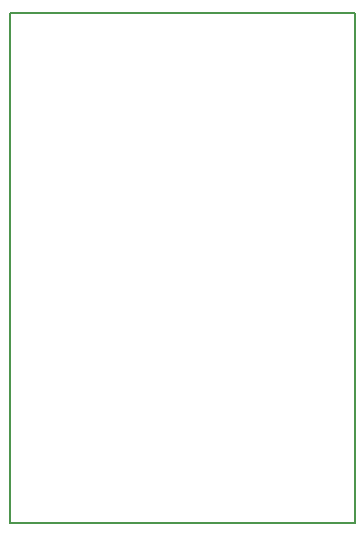
<source format=gbr>
G04 DipTrace 3.0.0.0*
G04 BoardOutline.gbr*
%MOMM*%
G04 #@! TF.FileFunction,Profile*
G04 #@! TF.Part,Single*
%ADD11C,0.14*%
%FSLAX35Y35*%
G04*
G71*
G90*
G75*
G01*
G04 BoardOutline*
%LPD*%
X1000000Y1000000D2*
D11*
Y5318000D1*
X3921000D1*
Y1000000D1*
X1000000D1*
M02*

</source>
